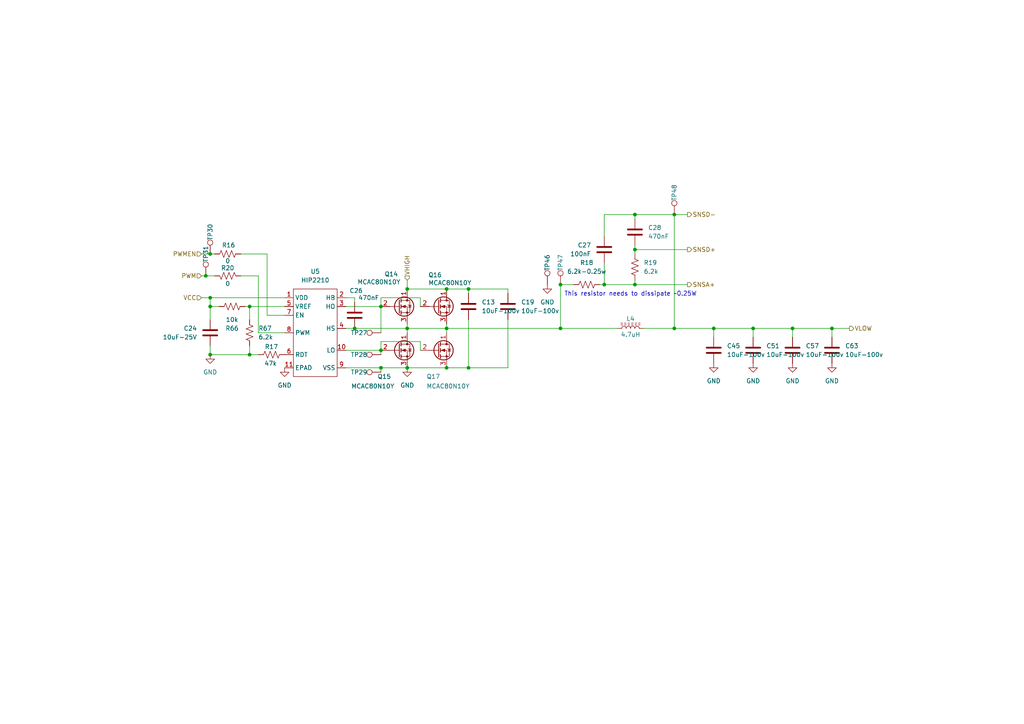
<source format=kicad_sch>
(kicad_sch (version 20231120) (generator "eeschema") (generator_version "8.0")
  (paper "A4")
  (lib_symbols
    (symbol "Connector:TestPoint" (pin_numbers hide) (pin_names (offset 0.762) hide)
      (property "Reference" "TP" (at 0 6.858 0))
      (property "Value" "TestPoint" (at 0 5.08 0))
      (symbol "TestPoint_0_1"
        (circle (center 0 3.302) (radius 0.762))
      )
      (symbol "TestPoint_1_1"
        (pin passive line (at 0 0 90) (length 2.54) (name "1") (number "1"))
      )
    )
    (symbol "Device:C" (pin_numbers hide) (pin_names (offset 0.254))
      (property "Reference" "C" (at 0.635 2.54 0))
      (property "Value" "C" (at 0.635 -2.54 0))
      (symbol "C_0_1"
        (polyline (pts (xy -2.032 -0.762) (xy 2.032 -0.762)) (stroke (width 0.508)))
        (polyline (pts (xy -2.032 0.762) (xy 2.032 0.762)) (stroke (width 0.508)))
      )
      (symbol "C_1_1"
        (pin passive line (at 0 3.81 270) (length 2.794) (name "~") (number "1"))
        (pin passive line (at 0 -3.81 90) (length 2.794) (name "~") (number "2"))
      )
    )
    (symbol "Device:L_Ferrite" (pin_numbers hide) (pin_names (offset 1.016) hide)
      (property "Reference" "L" (at -1.27 0 90))
      (property "Value" "L_Ferrite" (at 2.794 0 90))
      (symbol "L_Ferrite_0_1"
        (arc (start 0 -2.54) (mid 0.6323 -1.905) (end 0 -1.27))
        (arc (start 0 -1.27) (mid 0.6323 -0.635) (end 0 0))
        (polyline (pts (xy 1.016 -2.794) (xy 1.016 -2.286)))
        (polyline (pts (xy 1.016 -1.778) (xy 1.016 -1.27)))
        (polyline (pts (xy 1.016 -0.762) (xy 1.016 -0.254)))
        (polyline (pts (xy 1.016 0.254) (xy 1.016 0.762)))
        (polyline (pts (xy 1.016 1.27) (xy 1.016 1.778)))
        (polyline (pts (xy 1.016 2.286) (xy 1.016 2.794)))
        (polyline (pts (xy 1.524 -2.286) (xy 1.524 -2.794)))
        (polyline (pts (xy 1.524 -1.27) (xy 1.524 -1.778)))
        (polyline (pts (xy 1.524 -0.254) (xy 1.524 -0.762)))
        (polyline (pts (xy 1.524 0.762) (xy 1.524 0.254)))
        (polyline (pts (xy 1.524 1.778) (xy 1.524 1.27)))
        (polyline (pts (xy 1.524 2.794) (xy 1.524 2.286)))
        (arc (start 0 0) (mid 0.6323 0.635) (end 0 1.27))
        (arc (start 0 1.27) (mid 0.6323 1.905) (end 0 2.54))
      )
      (symbol "L_Ferrite_1_1"
        (pin passive line (at 0 3.81 270) (length 1.27) (name "1") (number "1"))
        (pin passive line (at 0 -3.81 90) (length 1.27) (name "2") (number "2"))
      )
    )
    (symbol "Device:R_US" (pin_numbers hide) (pin_names (offset 0))
      (property "Reference" "R" (at 2.54 0 90))
      (property "Value" "R_US" (at -2.54 0 90))
      (symbol "R_US_0_1"
        (polyline (pts (xy 0 -2.286) (xy 0 -2.54)))
        (polyline (pts (xy 0 2.286) (xy 0 2.54)))
        (polyline (pts (xy 0 -0.762) (xy 1.016 -1.143) (xy 0 -1.524) (xy -1.016 -1.905) (xy 0 -2.286)))
        (polyline (pts (xy 0 0.762) (xy 1.016 0.381) (xy 0 0) (xy -1.016 -0.381) (xy 0 -0.762)))
        (polyline (pts (xy 0 2.286) (xy 1.016 1.905) (xy 0 1.524) (xy -1.016 1.143) (xy 0 0.762)))
      )
      (symbol "R_US_1_1"
        (pin passive line (at 0 3.81 270) (length 1.27) (name "~") (number "1"))
        (pin passive line (at 0 -3.81 90) (length 1.27) (name "~") (number "2"))
      )
    )
    (symbol "GateDrivers:HIP2210"
      (property "Reference" "U?" (at -5.588 12.7 0))
      (property "Value" "HIP2210" (at 2.54 12.446 0))
      (symbol "HIP2210_0_1"
        (rectangle (start -6.35 11.43) (end 6.35 -13.97))
      )
      (symbol "HIP2210_1_1"
        (pin power_in line (at -8.89 8.89 0) (length 2.54) (name "VDD") (number "1"))
        (pin output line (at 8.89 -6.35 180) (length 2.54) (name "LO") (number "10"))
        (pin passive line (at -8.89 -11.43 0) (length 2.54) (name "EPAD") (number "11"))
        (pin output line (at 8.89 8.89 180) (length 2.54) (name "HB") (number "2"))
        (pin output line (at 8.89 6.35 180) (length 2.54) (name "HO") (number "3"))
        (pin input line (at 8.89 0 180) (length 2.54) (name "HS") (number "4"))
        (pin power_in line (at -8.89 6.35 0) (length 2.54) (name "VREF") (number "5"))
        (pin input line (at -8.89 -7.62 0) (length 2.54) (name "RDT") (number "6"))
        (pin input line (at -8.89 3.81 0) (length 2.54) (name "EN") (number "7"))
        (pin input line (at -8.89 -1.27 0) (length 2.54) (name "PWM") (number "8"))
        (pin input line (at 8.89 -11.43 180) (length 2.54) (name "VSS") (number "9"))
      )
    )
    (symbol "ProjectMosfets:MCAC80N10Y" (pin_names (offset 0) hide)
      (property "Reference" "Q" (at 5.08 1.27 0))
      (property "Value" "MCAC80N10Y" (at 5.08 -1.27 0))
      (symbol "MCAC80N10Y_0_1"
        (polyline (pts (xy 0.254 0) (xy -2.54 0)))
        (polyline (pts (xy 0.254 1.905) (xy 0.254 -1.905)) (stroke (width 0.254)))
        (polyline (pts (xy 0.762 -1.27) (xy 0.762 -2.286)) (stroke (width 0.254)))
        (polyline (pts (xy 0.762 0.508) (xy 0.762 -0.508)) (stroke (width 0.254)))
        (polyline (pts (xy 0.762 2.286) (xy 0.762 1.27)) (stroke (width 0.254)))
        (polyline (pts (xy 2.54 2.54) (xy 2.54 1.778)))
        (polyline (pts (xy 2.54 -2.54) (xy 2.54 0) (xy 0.762 0)))
        (polyline (pts (xy 0.762 -1.778) (xy 3.302 -1.778) (xy 3.302 1.778) (xy 0.762 1.778)))
        (polyline (pts (xy 1.016 0) (xy 2.032 0.381) (xy 2.032 -0.381) (xy 1.016 0)) (fill (type outline)))
        (polyline (pts (xy 2.794 0.508) (xy 2.921 0.381) (xy 3.683 0.381) (xy 3.81 0.254)))
        (polyline (pts (xy 3.302 0.381) (xy 2.921 -0.254) (xy 3.683 -0.254) (xy 3.302 0.381)))
        (circle (center 1.651 0) (radius 2.794) (stroke (width 0.254)))
        (circle (center 2.54 -1.778) (radius 0.254) (fill (type outline)))
        (circle (center 2.54 1.778) (radius 0.254) (fill (type outline)))
      )
      (symbol "MCAC80N10Y_1_1"
        (pin passive line (at 2.54 5.08 270) (length 2.54) (name "D") (number "1"))
        (pin input line (at -5.08 0 0) (length 2.54) (name "G") (number "2"))
        (pin passive line (at 2.54 -5.08 90) (length 2.54) (name "S") (number "3"))
      )
    )
    (symbol "power:GND" (power) (pin_names (offset 0))
      (property "Value" "GND" (at 0 -3.81 0))
      (symbol "GND_0_1"
        (polyline (pts (xy 0 0) (xy 0 -1.27) (xy 1.27 -1.27) (xy 0 -2.54) (xy -1.27 -1.27) (xy 0 -1.27)))
      )
      (symbol "GND_1_1"
        (pin power_in line (at 0 0 270) (length 0) hide (name "GND") (number "1"))
      )
    )
  )
  (junction (at 129.54 95.25))
  (junction (at 60.96 102.87))
  (junction (at 162.56 95.25))
  (junction (at 110.49 88.9))
  (junction (at 110.49 106.68))
  (junction (at 118.11 95.25))
  (junction (at 175.26 82.55))
  (junction (at 60.96 88.9))
  (junction (at 218.44 95.25))
  (junction (at 72.39 88.9))
  (junction (at 129.54 106.68))
  (junction (at 72.39 102.87))
  (junction (at 102.87 95.25))
  (junction (at 184.15 62.23))
  (junction (at 129.54 83.82))
  (junction (at 162.56 82.55))
  (junction (at 195.58 62.23))
  (junction (at 118.11 83.82))
  (junction (at 135.89 106.68))
  (junction (at 229.87 95.25))
  (junction (at 184.15 82.55))
  (junction (at 118.11 106.68))
  (junction (at 135.89 83.82))
  (junction (at 60.96 86.36))
  (junction (at 207.01 95.25))
  (junction (at 110.49 101.6))
  (junction (at 241.3 95.25))
  (junction (at 195.58 95.25))
  (junction (at 60.96 73.66))
  (junction (at 184.15 72.39))
  (junction (at 59.69 80.01))
  (wire (pts (xy 60.96 86.36) (xy 82.55 86.36)))
  (wire (pts (xy 147.32 106.68) (xy 135.89 106.68)))
  (wire (pts (xy 135.89 83.82) (xy 129.54 83.82)))
  (wire (pts (xy 207.01 95.25) (xy 207.01 97.79)))
  (wire (pts (xy 195.58 62.23) (xy 195.58 95.25)))
  (wire (pts (xy 129.54 93.98) (xy 129.54 95.25)))
  (wire (pts (xy 59.69 80.01) (xy 62.23 80.01)))
  (wire (pts (xy 241.3 95.25) (xy 246.38 95.25)))
  (wire (pts (xy 118.11 83.82) (xy 129.54 83.82)))
  (wire (pts (xy 184.15 62.23) (xy 184.15 63.5)))
  (wire (pts (xy 58.42 80.01) (xy 59.69 80.01)))
  (wire (pts (xy 175.26 82.55) (xy 184.15 82.55)))
  (wire (pts (xy 102.87 95.25) (xy 118.11 95.25)))
  (wire (pts (xy 102.87 86.36) (xy 102.87 87.63)))
  (wire (pts (xy 71.12 88.9) (xy 72.39 88.9)))
  (wire (pts (xy 184.15 82.55) (xy 199.39 82.55)))
  (wire (pts (xy 218.44 95.25) (xy 218.44 97.79)))
  (wire (pts (xy 110.49 88.9) (xy 110.49 96.52)))
  (wire (pts (xy 69.85 73.66) (xy 77.47 73.66)))
  (wire (pts (xy 195.58 62.23) (xy 184.15 62.23)))
  (wire (pts (xy 77.47 91.44) (xy 82.55 91.44)))
  (wire (pts (xy 229.87 95.25) (xy 229.87 97.79)))
  (wire (pts (xy 58.42 86.36) (xy 60.96 86.36)))
  (wire (pts (xy 118.11 95.25) (xy 118.11 96.52)))
  (wire (pts (xy 118.11 106.68) (xy 129.54 106.68)))
  (wire (pts (xy 166.37 82.55) (xy 162.56 82.55)))
  (wire (pts (xy 100.33 95.25) (xy 102.87 95.25)))
  (wire (pts (xy 100.33 101.6) (xy 110.49 101.6)))
  (wire (pts (xy 135.89 106.68) (xy 129.54 106.68)))
  (wire (pts (xy 121.92 88.9) (xy 121.92 86.36)))
  (wire (pts (xy 218.44 95.25) (xy 229.87 95.25)))
  (wire (pts (xy 241.3 95.25) (xy 241.3 97.79)))
  (wire (pts (xy 121.92 101.6) (xy 121.92 99.06)))
  (wire (pts (xy 72.39 88.9) (xy 72.39 92.71)))
  (wire (pts (xy 147.32 92.71) (xy 147.32 106.68)))
  (wire (pts (xy 121.92 86.36) (xy 110.49 86.36)))
  (wire (pts (xy 60.96 88.9) (xy 63.5 88.9)))
  (wire (pts (xy 72.39 102.87) (xy 74.93 102.87)))
  (wire (pts (xy 162.56 82.55) (xy 162.56 95.25)))
  (wire (pts (xy 60.96 100.33) (xy 60.96 102.87)))
  (wire (pts (xy 129.54 95.25) (xy 129.54 96.52)))
  (wire (pts (xy 118.11 93.98) (xy 118.11 95.25)))
  (wire (pts (xy 100.33 106.68) (xy 110.49 106.68)))
  (wire (pts (xy 175.26 76.2) (xy 175.26 82.55)))
  (wire (pts (xy 175.26 62.23) (xy 175.26 68.58)))
  (wire (pts (xy 60.96 102.87) (xy 72.39 102.87)))
  (wire (pts (xy 135.89 85.09) (xy 135.89 83.82)))
  (wire (pts (xy 60.96 88.9) (xy 60.96 92.71)))
  (wire (pts (xy 184.15 62.23) (xy 175.26 62.23)))
  (wire (pts (xy 74.93 80.01) (xy 74.93 96.52)))
  (wire (pts (xy 110.49 106.68) (xy 110.49 107.95)))
  (wire (pts (xy 118.11 81.28) (xy 118.11 83.82)))
  (wire (pts (xy 60.96 86.36) (xy 60.96 88.9)))
  (wire (pts (xy 162.56 95.25) (xy 179.07 95.25)))
  (wire (pts (xy 58.42 73.66) (xy 60.96 73.66)))
  (wire (pts (xy 77.47 73.66) (xy 77.47 91.44)))
  (wire (pts (xy 74.93 96.52) (xy 82.55 96.52)))
  (wire (pts (xy 60.96 73.66) (xy 62.23 73.66)))
  (wire (pts (xy 184.15 81.28) (xy 184.15 82.55)))
  (wire (pts (xy 147.32 83.82) (xy 135.89 83.82)))
  (wire (pts (xy 110.49 86.36) (xy 110.49 88.9)))
  (wire (pts (xy 229.87 95.25) (xy 241.3 95.25)))
  (wire (pts (xy 110.49 99.06) (xy 110.49 101.6)))
  (wire (pts (xy 195.58 95.25) (xy 207.01 95.25)))
  (wire (pts (xy 199.39 62.23) (xy 195.58 62.23)))
  (wire (pts (xy 110.49 101.6) (xy 110.49 102.87)))
  (wire (pts (xy 186.69 95.25) (xy 195.58 95.25)))
  (wire (pts (xy 129.54 95.25) (xy 162.56 95.25)))
  (wire (pts (xy 118.11 95.25) (xy 129.54 95.25)))
  (wire (pts (xy 69.85 80.01) (xy 74.93 80.01)))
  (wire (pts (xy 184.15 72.39) (xy 184.15 73.66)))
  (wire (pts (xy 110.49 106.68) (xy 118.11 106.68)))
  (wire (pts (xy 173.99 82.55) (xy 175.26 82.55)))
  (wire (pts (xy 184.15 72.39) (xy 199.39 72.39)))
  (wire (pts (xy 100.33 86.36) (xy 102.87 86.36)))
  (wire (pts (xy 72.39 100.33) (xy 72.39 102.87)))
  (wire (pts (xy 147.32 85.09) (xy 147.32 83.82)))
  (wire (pts (xy 72.39 88.9) (xy 82.55 88.9)))
  (wire (pts (xy 100.33 88.9) (xy 110.49 88.9)))
  (wire (pts (xy 207.01 95.25) (xy 218.44 95.25)))
  (wire (pts (xy 184.15 71.12) (xy 184.15 72.39)))
  (wire (pts (xy 121.92 99.06) (xy 110.49 99.06)))
  (wire (pts (xy 135.89 92.71) (xy 135.89 106.68)))
  (text "This resistor needs to dissipate ~0.25W" (at 182.88 85.344 0) (effects (font (size 1.27 1.27))))
  (hierarchical_label "PWM" (shape input) (at 58.42 80.01 180))
  (hierarchical_label "SNSA+" (shape output) (at 199.39 82.55 0))
  (hierarchical_label "SNSD-" (shape output) (at 199.39 62.23 0))
  (hierarchical_label "SNSD+" (shape output) (at 199.39 72.39 0))
  (hierarchical_label "PWMEN" (shape input) (at 58.42 73.66 180))
  (hierarchical_label "VLOW" (shape output) (at 246.38 95.25 0))
  (hierarchical_label "VHIGH" (shape input) (at 118.11 81.28 90))
  (hierarchical_label "VCC" (shape input) (at 58.42 86.36 180))
  (symbol (lib_id "Device:R_US") (at 78.74 102.87 90) (unit 1)
    (property "Reference" "R17" (at 78.74 100.584 90))
    (property "Value" "47k" (at 78.486 105.41 90))
    (property "Footprint" "Resistor_SMD:R_0603_1608Metric" (effects (hide yes)))
    (property "Description" "Resistor, US symbol" (effects (hide yes)))
    (property "Digikey" "N/A" (effects (hide yes)))
    (property "LCSC" "C21189" (effects (hide yes)))
  )
  (symbol (lib_id "Device:C") (at 175.26 72.39 0) (mirror y) (unit 1)
    (property "Reference" "C27" (at 171.45 71.1199 0) (effects (justify left)))
    (property "Value" "100nF" (at 171.45 73.6599 0) (effects (justify left)))
    (property "Footprint" "Capacitor_SMD:C_0603_1608Metric" (effects (hide yes)))
    (property "Description" "Unpolarized capacitor" (effects (hide yes)))
    (property "LCSC" "C14663" (effects (hide yes)))
    (property "Digikey" "N/A" (effects (hide yes)))
  )
  (symbol (lib_id "Connector:TestPoint") (at 162.56 82.55 0) (unit 1)
    (property "Reference" "TP47" (at 162.56 76.2 90))
    (property "Value" "TestPoint" (effects (hide yes)))
    (property "Footprint" "TestPoint:TestPoint_Pad_D1.0mm" (effects (hide yes)))
    (property "Description" "test point" (effects (hide yes)))
    (property "LCSC" "N/A" (effects (hide yes)))
  )
  (symbol (lib_id "power:GND") (at 158.75 82.55 0) (unit 1)
    (property "Reference" "#PWR0138" (effects (hide yes)))
    (property "Value" "GND" (at 158.75 87.63 0))
    (property "Description" "Power symbol creates a global label with name \"GND\" , ground" (effects (hide yes)))
  )
  (symbol (lib_id "Device:C") (at 218.44 101.6 0) (unit 1)
    (property "Reference" "C51" (at 222.25 100.3299 0) (effects (justify left)))
    (property "Value" "10uF-100v" (at 222.25 102.8699 0) (effects (justify left)))
    (property "Footprint" "Capacitor_SMD:C_1210_3225Metric_Pad1.33x2.70mm_HandSolder" (effects (hide yes)))
    (property "Description" "Unpolarized capacitor" (effects (hide yes)))
    (property "Digikey" "445-CGA6P1X7R1N106M250ACCT-ND" (effects (hide yes)))
    (property "LCSC" "C576517" (effects (hide yes)))
  )
  (symbol (lib_id "Device:L_Ferrite") (at 182.88 95.25 90) (unit 1)
    (property "Reference" "L4" (at 182.88 92.456 90))
    (property "Value" "4.7uH" (at 182.88 97.028 90))
    (property "Footprint" "Inductors:Bournes_L_PQ2614BLA" (effects (hide yes)))
    (property "Description" "Inductor with ferrite core" (effects (hide yes)))
    (property "Digikey" "PQ2614BLA-3R3K-ND" (effects (hide yes)))
    (property "LCSC" "N/A" (effects (hide yes)))
  )
  (symbol (lib_id "Device:C") (at 60.96 96.52 0) (mirror y) (unit 1)
    (property "Reference" "C24" (at 57.15 95.2499 0) (effects (justify left)))
    (property "Value" "10uF-25V" (at 57.15 97.7899 0) (effects (justify left)))
    (property "Footprint" "Capacitor_SMD:C_0603_1608Metric" (effects (hide yes)))
    (property "Description" "Unpolarized capacitor" (effects (hide yes)))
    (property "Digikey" "N/A" (effects (hide yes)))
    (property "LCSC" "C96446" (effects (hide yes)))
  )
  (symbol (lib_id "power:GND") (at 207.01 105.41 0) (unit 1)
    (property "Reference" "#PWR071" (effects (hide yes)))
    (property "Value" "GND" (at 207.01 110.49 0))
    (property "Description" "Power symbol creates a global label with name \"GND\" , ground" (effects (hide yes)))
  )
  (symbol (lib_id "Device:C") (at 135.89 88.9 0) (unit 1)
    (property "Reference" "C13" (at 139.7 87.6299 0) (effects (justify left)))
    (property "Value" "10uF-100v" (at 139.7 90.1699 0) (effects (justify left)))
    (property "Footprint" "Capacitor_SMD:C_1210_3225Metric_Pad1.33x2.70mm_HandSolder" (effects (hide yes)))
    (property "Description" "Unpolarized capacitor" (effects (hide yes)))
    (property "Digikey" "445-CGA6P1X7R1N106M250ACCT-ND" (effects (hide yes)))
    (property "LCSC" "C576517" (effects (hide yes)))
  )
  (symbol (lib_id "power:GND") (at 82.55 106.68 0) (unit 1)
    (property "Reference" "#PWR057" (effects (hide yes)))
    (property "Value" "GND" (at 82.55 111.76 0))
    (property "Description" "Power symbol creates a global label with name \"GND\" , ground" (effects (hide yes)))
  )
  (symbol (lib_id "power:GND") (at 241.3 105.41 0) (unit 1)
    (property "Reference" "#PWR089" (effects (hide yes)))
    (property "Value" "GND" (at 241.3 110.49 0))
    (property "Description" "Power symbol creates a global label with name \"GND\" , ground" (effects (hide yes)))
  )
  (symbol (lib_id "Connector:TestPoint") (at 110.49 107.95 90) (unit 1)
    (property "Reference" "TP29" (at 104.14 107.95 90))
    (property "Value" "TestPoint" (effects (hide yes)))
    (property "Footprint" "TestPoint:TestPoint_Pad_D1.0mm" (effects (hide yes)))
    (property "Description" "test point" (effects (hide yes)))
    (property "LCSC" "N/A" (effects (hide yes)))
  )
  (symbol (lib_id "Device:R_US") (at 184.15 77.47 0) (unit 1)
    (property "Reference" "R19" (at 186.69 76.1999 0) (effects (justify left)))
    (property "Value" "6.2k" (at 186.69 78.7399 0) (effects (justify left)))
    (property "Footprint" "Resistor_SMD:R_0603_1608Metric" (effects (hide yes)))
    (property "Description" "Resistor, US symbol" (effects (hide yes)))
    (property "Digikey" "N/A" (effects (hide yes)))
    (property "LCSC" "C4260" (effects (hide yes)))
  )
  (symbol (lib_id "ProjectMosfets:MCAC80N10Y") (at 115.57 101.6 0) (unit 1)
    (property "Reference" "Q15" (at 109.474 109.22 0) (effects (justify left)))
    (property "Value" "MCAC80N10Y" (at 101.854 112.014 0) (effects (justify left)))
    (property "Footprint" "Mosfets:TRANS_BSC076N06NS3-G" (effects (hide yes)))
    (property "Datasheet" "https://www.mccsemi.com/pdf/Products/MCAC80N10Y(DFN5060).pdf" (effects (hide yes)))
    (property "Description" "N-MOSFET transistor, drain/gate/source" (effects (hide yes)))
    (property "Digikey" "353-MCAC80N10Y-TPCT-ND" (effects (hide yes)))
    (property "LCSC" "N/A" (effects (hide yes)))
    (property "DigiKey" "353-MCAC80N10Y-TPCT-ND" (effects (hide yes)))
  )
  (symbol (lib_id "Device:C") (at 207.01 101.6 0) (unit 1)
    (property "Reference" "C45" (at 210.82 100.3299 0) (effects (justify left)))
    (property "Value" "10uF-100v" (at 210.82 102.8699 0) (effects (justify left)))
    (property "Footprint" "Capacitor_SMD:C_1210_3225Metric_Pad1.33x2.70mm_HandSolder" (effects (hide yes)))
    (property "Description" "Unpolarized capacitor" (effects (hide yes)))
    (property "Digikey" "445-CGA6P1X7R1N106M250ACCT-ND" (effects (hide yes)))
    (property "LCSC" "C576517" (effects (hide yes)))
  )
  (symbol (lib_id "Device:R_US") (at 66.04 73.66 270) (unit 1)
    (property "Reference" "R16" (at 66.294 71.12 90))
    (property "Value" "0" (at 66.04 75.692 90))
    (property "Footprint" "Resistor_SMD:R_0603_1608Metric" (effects (hide yes)))
    (property "Description" "Resistor, US symbol" (effects (hide yes)))
    (property "Digikey" "N/A" (effects (hide yes)))
    (property "LCSC" "C21189" (effects (hide yes)))
  )
  (symbol (lib_id "Connector:TestPoint") (at 195.58 62.23 0) (unit 1)
    (property "Reference" "TP48" (at 195.58 55.88 90))
    (property "Value" "TestPoint" (effects (hide yes)))
    (property "Footprint" "TestPoint:TestPoint_Pad_D1.0mm" (effects (hide yes)))
    (property "Description" "test point" (effects (hide yes)))
    (property "LCSC" "N/A" (effects (hide yes)))
  )
  (symbol (lib_id "Connector:TestPoint") (at 110.49 96.52 90) (unit 1)
    (property "Reference" "TP27" (at 104.14 96.52 90))
    (property "Value" "TestPoint" (effects (hide yes)))
    (property "Footprint" "TestPoint:TestPoint_Pad_D1.0mm" (effects (hide yes)))
    (property "Description" "test point" (effects (hide yes)))
    (property "LCSC" "N/A" (effects (hide yes)))
  )
  (symbol (lib_id "Device:R_US") (at 66.04 80.01 270) (mirror x) (unit 1)
    (property "Reference" "R20" (at 66.04 77.724 90))
    (property "Value" "0" (at 66.04 82.296 90))
    (property "Footprint" "Resistor_SMD:R_0603_1608Metric" (effects (hide yes)))
    (property "Description" "Resistor, US symbol" (effects (hide yes)))
    (property "Digikey" "N/A" (effects (hide yes)))
    (property "LCSC" "C21189" (effects (hide yes)))
  )
  (symbol (lib_id "ProjectMosfets:MCAC80N10Y") (at 115.57 88.9 0) (unit 1)
    (property "Reference" "Q14" (at 111.506 79.502 0) (effects (justify left)))
    (property "Value" "MCAC80N10Y" (at 103.632 81.788 0) (effects (justify left)))
    (property "Footprint" "Mosfets:TRANS_BSC076N06NS3-G" (effects (hide yes)))
    (property "Datasheet" "https://www.mccsemi.com/pdf/Products/MCAC80N10Y(DFN5060).pdf" (effects (hide yes)))
    (property "Description" "N-MOSFET transistor, drain/gate/source" (effects (hide yes)))
    (property "Digikey" "353-MCAC80N10Y-TPCT-ND" (effects (hide yes)))
    (property "LCSC" "N/A" (effects (hide yes)))
    (property "DigiKey" "353-MCAC80N10Y-TPCT-ND" (effects (hide yes)))
  )
  (symbol (lib_id "Device:C") (at 102.87 91.44 0) (unit 1)
    (property "Reference" "C26" (at 101.346 84.328 0) (effects (justify left)))
    (property "Value" "470nF" (at 103.886 86.36 0) (effects (justify left)))
    (property "Footprint" "Capacitor_SMD:C_0603_1608Metric" (effects (hide yes)))
    (property "Description" "Unpolarized capacitor" (effects (hide yes)))
    (property "Digikey" "N/A" (effects (hide yes)))
    (property "LCSC" "C1623" (effects (hide yes)))
  )
  (symbol (lib_id "power:GND") (at 229.87 105.41 0) (unit 1)
    (property "Reference" "#PWR083" (effects (hide yes)))
    (property "Value" "GND" (at 229.87 110.49 0))
    (property "Description" "Power symbol creates a global label with name \"GND\" , ground" (effects (hide yes)))
  )
  (symbol (lib_id "Device:R_US") (at 67.31 88.9 90) (unit 1)
    (property "Reference" "R66" (at 67.31 95.25 90))
    (property "Value" "10k" (at 67.31 92.71 90))
    (property "Footprint" "Resistor_SMD:R_0603_1608Metric" (effects (hide yes)))
    (property "Description" "Resistor, US symbol" (effects (hide yes)))
    (property "LCSC" "C25804" (effects (hide yes)))
    (property "Digikey" "N/A" (effects (hide yes)))
  )
  (symbol (lib_id "Device:C") (at 184.15 67.31 0) (unit 1)
    (property "Reference" "C28" (at 187.96 66.0399 0) (effects (justify left)))
    (property "Value" "470nF" (at 187.96 68.5799 0) (effects (justify left)))
    (property "Footprint" "Capacitor_SMD:C_0603_1608Metric" (effects (hide yes)))
    (property "Description" "Unpolarized capacitor" (effects (hide yes)))
    (property "Digikey" "N/A" (effects (hide yes)))
    (property "LCSC" "C1623" (effects (hide yes)))
  )
  (symbol (lib_id "Connector:TestPoint") (at 158.75 82.55 0) (unit 1)
    (property "Reference" "TP46" (at 158.75 76.2 90))
    (property "Value" "TestPoint" (effects (hide yes)))
    (property "Footprint" "TestPoint:TestPoint_Pad_D1.0mm" (effects (hide yes)))
    (property "Description" "test point" (effects (hide yes)))
    (property "LCSC" "N/A" (effects (hide yes)))
  )
  (symbol (lib_id "ProjectMosfets:MCAC80N10Y") (at 127 88.9 0) (unit 1)
    (property "Reference" "Q16" (at 124.206 79.756 0) (effects (justify left)))
    (property "Value" "MCAC80N10Y" (at 124.206 82.042 0) (effects (justify left)))
    (property "Footprint" "Mosfets:TRANS_BSC076N06NS3-G" (effects (hide yes)))
    (property "Datasheet" "https://www.mccsemi.com/pdf/Products/MCAC80N10Y(DFN5060).pdf" (effects (hide yes)))
    (property "Description" "N-MOSFET transistor, drain/gate/source" (effects (hide yes)))
    (property "Digikey" "353-MCAC80N10Y-TPCT-ND" (effects (hide yes)))
    (property "LCSC" "N/A" (effects (hide yes)))
    (property "DigiKey" "353-MCAC80N10Y-TPCT-ND" (effects (hide yes)))
  )
  (symbol (lib_id "Device:R_US") (at 170.18 82.55 90) (unit 1)
    (property "Reference" "R18" (at 170.18 76.2 90))
    (property "Value" "6.2k-0.25w" (at 170.18 78.74 90))
    (property "Footprint" "Resistor_SMD:R_1206_3216Metric_Pad1.30x1.75mm_HandSolder" (effects (hide yes)))
    (property "Description" "Resistor, US symbol" (effects (hide yes)))
    (property "Digikey" "311-6.20KFRCT-ND" (effects (hide yes)))
    (property "LCSC" "C3017007" (effects (hide yes)))
  )
  (symbol (lib_id "Device:C") (at 147.32 88.9 0) (unit 1)
    (property "Reference" "C19" (at 151.13 87.6299 0) (effects (justify left)))
    (property "Value" "10uF-100v" (at 151.13 90.1699 0) (effects (justify left)))
    (property "Footprint" "Capacitor_SMD:C_1210_3225Metric_Pad1.33x2.70mm_HandSolder" (effects (hide yes)))
    (property "Description" "Unpolarized capacitor" (effects (hide yes)))
    (property "Digikey" "445-CGA6P1X7R1N106M250ACCT-ND" (effects (hide yes)))
    (property "LCSC" "C576517" (effects (hide yes)))
  )
  (symbol (lib_id "power:GND") (at 218.44 105.41 0) (unit 1)
    (property "Reference" "#PWR077" (effects (hide yes)))
    (property "Value" "GND" (at 218.44 110.49 0))
    (property "Description" "Power symbol creates a global label with name \"GND\" , ground" (effects (hide yes)))
  )
  (symbol (lib_id "Connector:TestPoint") (at 110.49 102.87 90) (unit 1)
    (property "Reference" "TP28" (at 104.14 102.87 90))
    (property "Value" "TestPoint" (effects (hide yes)))
    (property "Footprint" "TestPoint:TestPoint_Pad_D1.0mm" (effects (hide yes)))
    (property "Description" "test point" (effects (hide yes)))
    (property "LCSC" "N/A" (effects (hide yes)))
  )
  (symbol (lib_id "ProjectMosfets:MCAC80N10Y") (at 127 101.6 0) (unit 1)
    (property "Reference" "Q17" (at 123.698 109.22 0) (effects (justify left)))
    (property "Value" "MCAC80N10Y" (at 123.698 112.014 0) (effects (justify left)))
    (property "Footprint" "Mosfets:TRANS_BSC076N06NS3-G" (effects (hide yes)))
    (property "Datasheet" "https://www.mccsemi.com/pdf/Products/MCAC80N10Y(DFN5060).pdf" (effects (hide yes)))
    (property "Description" "N-MOSFET transistor, drain/gate/source" (effects (hide yes)))
    (property "Digikey" "353-MCAC80N10Y-TPCT-ND" (effects (hide yes)))
    (property "LCSC" "N/A" (effects (hide yes)))
    (property "DigiKey" "353-MCAC80N10Y-TPCT-ND" (effects (hide yes)))
  )
  (symbol (lib_id "Connector:TestPoint") (at 59.69 80.01 0) (unit 1)
    (property "Reference" "TP31" (at 59.69 73.66 90))
    (property "Value" "TestPoint" (effects (hide yes)))
    (property "Footprint" "TestPoint:TestPoint_Pad_D1.0mm" (effects (hide yes)))
    (property "Description" "test point" (effects (hide yes)))
    (property "LCSC" "N/A" (effects (hide yes)))
  )
  (symbol (lib_id "Connector:TestPoint") (at 60.96 73.66 0) (unit 1)
    (property "Reference" "TP30" (at 60.96 67.31 90))
    (property "Value" "TestPoint" (effects (hide yes)))
    (property "Footprint" "TestPoint:TestPoint_Pad_D1.0mm" (effects (hide yes)))
    (property "Description" "test point" (effects (hide yes)))
    (property "LCSC" "N/A" (effects (hide yes)))
  )
  (symbol (lib_id "Device:C") (at 229.87 101.6 0) (unit 1)
    (property "Reference" "C57" (at 233.68 100.3299 0) (effects (justify left)))
    (property "Value" "10uF-100v" (at 233.68 102.8699 0) (effects (justify left)))
    (property "Footprint" "Capacitor_SMD:C_1210_3225Metric_Pad1.33x2.70mm_HandSolder" (effects (hide yes)))
    (property "Description" "Unpolarized capacitor" (effects (hide yes)))
    (property "Digikey" "445-CGA6P1X7R1N106M250ACCT-ND" (effects (hide yes)))
    (property "LCSC" "C576517" (effects (hide yes)))
  )
  (symbol (lib_id "power:GND") (at 60.96 102.87 0) (unit 1)
    (property "Reference" "#PWR056" (effects (hide yes)))
    (property "Value" "GND" (at 60.96 107.95 0))
    (property "Description" "Power symbol creates a global label with name \"GND\" , ground" (effects (hide yes)))
  )
  (symbol (lib_id "power:GND") (at 118.11 106.68 0) (unit 1)
    (property "Reference" "#PWR058" (effects (hide yes)))
    (property "Value" "GND" (at 118.11 111.76 0))
    (property "Description" "Power symbol creates a global label with name \"GND\" , ground" (effects (hide yes)))
  )
  (symbol (lib_id "Device:C") (at 241.3 101.6 0) (unit 1)
    (property "Reference" "C63" (at 245.11 100.3299 0) (effects (justify left)))
    (property "Value" "10uF-100v" (at 245.11 102.8699 0) (effects (justify left)))
    (property "Footprint" "Capacitor_SMD:C_1210_3225Metric_Pad1.33x2.70mm_HandSolder" (effects (hide yes)))
    (property "Description" "Unpolarized capacitor" (effects (hide yes)))
    (property "Digikey" "445-CGA6P1X7R1N106M250ACCT-ND" (effects (hide yes)))
    (property "LCSC" "C576517" (effects (hide yes)))
  )
  (symbol (lib_id "GateDrivers:HIP2210") (at 91.44 95.25 0) (unit 1)
    (property "Reference" "U5" (at 91.44 78.74 0))
    (property "Value" "HIP2210" (at 91.44 81.28 0))
    (property "Footprint" "DFN:TDFN-10-1EP_4x4mm_P0.8mm_EP2.6x3mm" (effects (hide yes)))
    (property "Datasheet" "https://www.renesas.com/us/en/document/dst/hip2210-hip2211-datasheet?r=1320376" (effects (hide yes)))
    (property "Digikey" "20-HIP2210FRTZ-TCT-ND" (effects (hide yes)))
    (property "LCSC" "N/A" (effects (hide yes)))
  )
  (symbol (lib_id "Device:R_US") (at 72.39 96.52 0) (unit 1)
    (property "Reference" "R67" (at 74.93 95.2499 0) (effects (justify left)))
    (property "Value" "6.2k" (at 74.93 97.7899 0) (effects (justify left)))
    (property "Footprint" "Resistor_SMD:R_0603_1608Metric" (effects (hide yes)))
    (property "Description" "Resistor, US symbol" (effects (hide yes)))
    (property "Digikey" "N/A" (effects (hide yes)))
    (property "LCSC" "C4260" (effects (hide yes)))
  )
)
</source>
